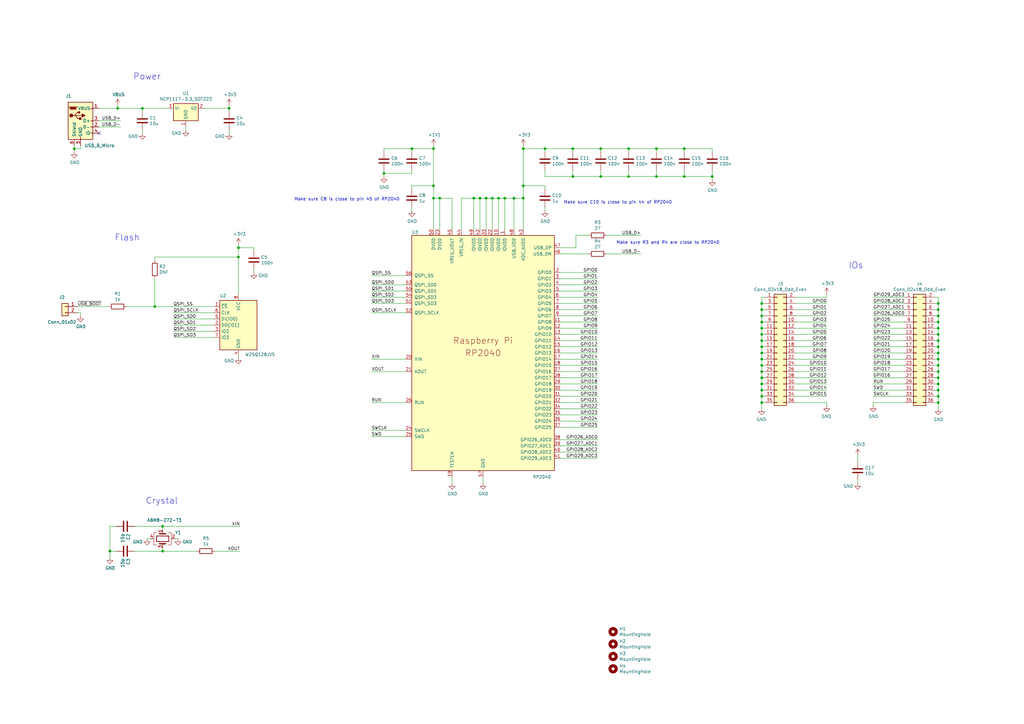
<source format=kicad_sch>
(kicad_sch (version 20231120) (generator "eeschema") (generator_version "8.0")
  (paper "A3")
  (title_block (title "RP2040 Minimal Design Example") (date "2024-01-16") (rev "REV2") (company "Raspberry Pi Ltd"))
  (lib_symbols
    (symbol "Connector:USB_B_Micro" (pin_names (offset 1.016))
      (property "Reference" "J" (at -5.08 11.43 0))
      (property "Value" "USB_B_Micro" (at -5.08 8.89 0))
      (symbol "USB_B_Micro_1_1"
        (pin power_out line (at 7.62 5.08 180) (length 2.54) (name "VBUS") (number "1"))
        (pin bidirectional line (at 7.62 -2.54 180) (length 2.54) (name "D-") (number "2"))
        (pin bidirectional line (at 7.62 0 180) (length 2.54) (name "D+") (number "3"))
        (pin passive line (at 7.62 -5.08 180) (length 2.54) (name "ID") (number "4"))
        (pin power_out line (at 0 -10.16 90) (length 2.54) (name "GND") (number "5"))
        (pin passive line (at -2.54 -10.16 90) (length 2.54) (name "Shield") (number "6"))
      )
    )
    (symbol "Connector_Generic:Conn_01x02" (pin_names (offset 1.016) hide)
      (property "Reference" "J" (at 0 2.54 0))
      (property "Value" "Conn_01x02" (at 0 -5.08 0))
      (symbol "Conn_01x02_1_1"
        (pin passive line (at -5.08 0 0) (length 3.81) (name "Pin_1") (number "1"))
        (pin passive line (at -5.08 -2.54 0) (length 3.81) (name "Pin_2") (number "2"))
      )
    )
    (symbol "Connector_Generic:Conn_02x18_Odd_Even" (pin_names (offset 1.016) hide)
      (property "Reference" "J" (at 1.27 22.86 0))
      (property "Value" "Conn_02x18_Odd_Even" (at 1.27 -25.4 0))
      (symbol "Conn_02x18_Odd_Even_1_1"
        (pin passive line (at -5.08 20.32 0) (length 3.81) (name "Pin_1") (number "1"))
        (pin passive line (at 7.62 10.16 180) (length 3.81) (name "Pin_10") (number "10"))
        (pin passive line (at -5.08 7.62 0) (length 3.81) (name "Pin_11") (number "11"))
        (pin passive line (at 7.62 7.62 180) (length 3.81) (name "Pin_12") (number "12"))
        (pin passive line (at -5.08 5.08 0) (length 3.81) (name "Pin_13") (number "13"))
        (pin passive line (at 7.62 5.08 180) (length 3.81) (name "Pin_14") (number "14"))
        (pin passive line (at -5.08 2.54 0) (length 3.81) (name "Pin_15") (number "15"))
        (pin passive line (at 7.62 2.54 180) (length 3.81) (name "Pin_16") (number "16"))
        (pin passive line (at -5.08 0 0) (length 3.81) (name "Pin_17") (number "17"))
        (pin passive line (at 7.62 0 180) (length 3.81) (name "Pin_18") (number "18"))
        (pin passive line (at -5.08 -2.54 0) (length 3.81) (name "Pin_19") (number "19"))
        (pin passive line (at 7.62 20.32 180) (length 3.81) (name "Pin_2") (number "2"))
        (pin passive line (at 7.62 -2.54 180) (length 3.81) (name "Pin_20") (number "20"))
        (pin passive line (at -5.08 -5.08 0) (length 3.81) (name "Pin_21") (number "21"))
        (pin passive line (at 7.62 -5.08 180) (length 3.81) (name "Pin_22") (number "22"))
        (pin passive line (at -5.08 -7.62 0) (length 3.81) (name "Pin_23") (number "23"))
        (pin passive line (at 7.62 -7.62 180) (length 3.81) (name "Pin_24") (number "24"))
        (pin passive line (at -5.08 -10.16 0) (length 3.81) (name "Pin_25") (number "25"))
        (pin passive line (at 7.62 -10.16 180) (length 3.81) (name "Pin_26") (number "26"))
        (pin passive line (at -5.08 -12.7 0) (length 3.81) (name "Pin_27") (number "27"))
        (pin passive line (at 7.62 -12.7 180) (length 3.81) (name "Pin_28") (number "28"))
        (pin passive line (at -5.08 -15.24 0) (length 3.81) (name "Pin_29") (number "29"))
        (pin passive line (at -5.08 17.78 0) (length 3.81) (name "Pin_3") (number "3"))
        (pin passive line (at 7.62 -15.24 180) (length 3.81) (name "Pin_30") (number "30"))
        (pin passive line (at -5.08 -17.78 0) (length 3.81) (name "Pin_31") (number "31"))
        (pin passive line (at 7.62 -17.78 180) (length 3.81) (name "Pin_32") (number "32"))
        (pin passive line (at -5.08 -20.32 0) (length 3.81) (name "Pin_33") (number "33"))
        (pin passive line (at 7.62 -20.32 180) (length 3.81) (name "Pin_34") (number "34"))
        (pin passive line (at -5.08 -22.86 0) (length 3.81) (name "Pin_35") (number "35"))
        (pin passive line (at 7.62 -22.86 180) (length 3.81) (name "Pin_36") (number "36"))
        (pin passive line (at 7.62 17.78 180) (length 3.81) (name "Pin_4") (number "4"))
        (pin passive line (at -5.08 15.24 0) (length 3.81) (name "Pin_5") (number "5"))
        (pin passive line (at 7.62 15.24 180) (length 3.81) (name "Pin_6") (number "6"))
        (pin passive line (at -5.08 12.7 0) (length 3.81) (name "Pin_7") (number "7"))
        (pin passive line (at 7.62 12.7 180) (length 3.81) (name "Pin_8") (number "8"))
        (pin passive line (at -5.08 10.16 0) (length 3.81) (name "Pin_9") (number "9"))
      )
    )
    (symbol "Device:C" (pin_numbers hide) (pin_names (offset 0.254))
      (property "Reference" "C" (at 0.635 2.54 0))
      (property "Value" "C" (at 0.635 -2.54 0))
      (symbol "C_1_1"
        (pin passive line (at 0 3.81 270) (length 2.794) (name "~") (number "1"))
        (pin passive line (at 0 -3.81 90) (length 2.794) (name "~") (number "2"))
      )
    )
    (symbol "Device:Crystal_GND24" (pin_names (offset 1.016) hide)
      (property "Reference" "Y" (at 3.175 5.08 0))
      (property "Value" "Crystal_GND24" (at 3.175 3.175 0))
      (symbol "Crystal_GND24_1_1"
        (pin passive line (at -3.81 0 0) (length 1.27) (name "1") (number "1"))
        (pin passive line (at 0 5.08 270) (length 1.27) (name "2") (number "2"))
        (pin passive line (at 3.81 0 180) (length 1.27) (name "3") (number "3"))
        (pin passive line (at 0 -5.08 90) (length 1.27) (name "4") (number "4"))
      )
    )
    (symbol "Device:R" (pin_numbers hide) (pin_names (offset 0))
      (property "Reference" "R" (at 2.032 0 90))
      (property "Value" "R" (at 0 0 90))
      (symbol "R_1_1"
        (pin passive line (at 0 3.81 270) (length 1.27) (name "~") (number "1"))
        (pin passive line (at 0 -3.81 90) (length 1.27) (name "~") (number "2"))
      )
    )
    (symbol "MCU_RaspberryPi_RP2040:RP2040" (pin_names (offset 1.016))
      (property "Reference" "U" (at -29.21 49.53 0))
      (property "Value" "RP2040" (at 24.13 -49.53 0))
      (symbol "RP2040_0_0"
        (text "Raspberry Pi" (at 0 5.08 0) (effects (font (size 2.54 2.54))))
        (text "RP2040" (at 0 0 0) (effects (font (size 2.54 2.54))))
      )
      (symbol "RP2040_1_1"
        (pin power_in line (at 8.89 50.8 270) (length 2.54) (name "IOVDD") (number "1"))
        (pin power_in line (at 6.35 50.8 270) (length 2.54) (name "IOVDD") (number "10"))
        (pin bidirectional line (at 31.75 12.7 180) (length 2.54) (name "GPIO8") (number "11"))
        (pin bidirectional line (at 31.75 10.16 180) (length 2.54) (name "GPIO9") (number "12"))
        (pin bidirectional line (at 31.75 7.62 180) (length 2.54) (name "GPIO10") (number "13"))
        (pin bidirectional line (at 31.75 5.08 180) (length 2.54) (name "GPIO11") (number "14"))
        (pin bidirectional line (at 31.75 2.54 180) (length 2.54) (name "GPIO12") (number "15"))
        (pin bidirectional line (at 31.75 0 180) (length 2.54) (name "GPIO13") (number "16"))
        (pin bidirectional line (at 31.75 -2.54 180) (length 2.54) (name "GPIO14") (number "17"))
        (pin bidirectional line (at 31.75 -5.08 180) (length 2.54) (name "GPIO15") (number "18"))
        (pin passive line (at -12.7 -50.8 90) (length 2.54) (name "TESTEN") (number "19"))
        (pin bidirectional line (at 31.75 33.02 180) (length 2.54) (name "GPIO0") (number "2"))
        (pin input line (at -31.75 -2.54 0) (length 2.54) (name "XIN") (number "20"))
        (pin passive line (at -31.75 -7.62 0) (length 2.54) (name "XOUT") (number "21"))
        (pin power_in line (at 3.81 50.8 270) (length 2.54) (name "IOVDD") (number "22"))
        (pin power_in line (at -17.78 50.8 270) (length 2.54) (name "DVDD") (number "23"))
        (pin output line (at -31.75 -31.75 0) (length 2.54) (name "SWCLK") (number "24"))
        (pin bidirectional line (at -31.75 -34.29 0) (length 2.54) (name "SWD") (number "25"))
        (pin input line (at -31.75 -20.32 0) (length 2.54) (name "RUN") (number "26"))
        (pin bidirectional line (at 31.75 -7.62 180) (length 2.54) (name "GPIO16") (number "27"))
        (pin bidirectional line (at 31.75 -10.16 180) (length 2.54) (name "GPIO17") (number "28"))
        (pin bidirectional line (at 31.75 -12.7 180) (length 2.54) (name "GPIO18") (number "29"))
        (pin bidirectional line (at 31.75 30.48 180) (length 2.54) (name "GPIO1") (number "3"))
        (pin bidirectional line (at 31.75 -15.24 180) (length 2.54) (name "GPIO19") (number "30"))
        (pin bidirectional line (at 31.75 -17.78 180) (length 2.54) (name "GPIO20") (number "31"))
        (pin bidirectional line (at 31.75 -20.32 180) (length 2.54) (name "GPIO21") (number "32"))
        (pin power_in line (at 1.27 50.8 270) (length 2.54) (name "IOVDD") (number "33"))
        (pin bidirectional line (at 31.75 -22.86 180) (length 2.54) (name "GPIO22") (number "34"))
        (pin bidirectional line (at 31.75 -25.4 180) (length 2.54) (name "GPIO23") (number "35"))
        (pin bidirectional line (at 31.75 -27.94 180) (length 2.54) (name "GPIO24") (number "36"))
        (pin bidirectional line (at 31.75 -30.48 180) (length 2.54) (name "GPIO25") (number "37"))
        (pin bidirectional line (at 31.75 -35.56 180) (length 2.54) (name "GPIO26_ADC0") (number "38"))
        (pin bidirectional line (at 31.75 -38.1 180) (length 2.54) (name "GPIO27_ADC1") (number "39"))
        (pin bidirectional line (at 31.75 27.94 180) (length 2.54) (name "GPIO2") (number "4"))
        (pin bidirectional line (at 31.75 -40.64 180) (length 2.54) (name "GPIO28_ADC2") (number "40"))
        (pin bidirectional line (at 31.75 -43.18 180) (length 2.54) (name "GPIO29_ADC3") (number "41"))
        (pin power_in line (at -1.27 50.8 270) (length 2.54) (name "IOVDD") (number "42"))
        (pin power_in line (at 16.51 50.8 270) (length 2.54) (name "ADC_AVDD") (number "43"))
        (pin power_in line (at -8.89 50.8 270) (length 2.54) (name "VREG_IN") (number "44"))
        (pin power_out line (at -12.7 50.8 270) (length 2.54) (name "VREG_VOUT") (number "45"))
        (pin bidirectional line (at 31.75 40.64 180) (length 2.54) (name "USB_DM") (number "46"))
        (pin bidirectional line (at 31.75 43.18 180) (length 2.54) (name "USB_DP") (number "47"))
        (pin power_in line (at 12.7 50.8 270) (length 2.54) (name "USB_VDD") (number "48"))
        (pin power_in line (at -3.81 50.8 270) (length 2.54) (name "IOVDD") (number "49"))
        (pin bidirectional line (at 31.75 25.4 180) (length 2.54) (name "GPIO3") (number "5"))
        (pin power_in line (at -20.32 50.8 270) (length 2.54) (name "DVDD") (number "50"))
        (pin bidirectional line (at -31.75 20.32 0) (length 2.54) (name "QSPI_SD3") (number "51"))
        (pin output line (at -31.75 16.51 0) (length 2.54) (name "QSPI_SCLK") (number "52"))
        (pin bidirectional line (at -31.75 27.94 0) (length 2.54) (name "QSPI_SD0") (number "53"))
        (pin bidirectional line (at -31.75 22.86 0) (length 2.54) (name "QSPI_SD2") (number "54"))
        (pin bidirectional line (at -31.75 25.4 0) (length 2.54) (name "QSPI_SD1") (number "55"))
        (pin bidirectional line (at -31.75 31.75 0) (length 2.54) (name "QSPI_SS") (number "56"))
        (pin power_in line (at 0 -50.8 90) (length 2.54) (name "GND") (number "57"))
        (pin bidirectional line (at 31.75 22.86 180) (length 2.54) (name "GPIO4") (number "6"))
        (pin bidirectional line (at 31.75 20.32 180) (length 2.54) (name "GPIO5") (number "7"))
        (pin bidirectional line (at 31.75 17.78 180) (length 2.54) (name "GPIO6") (number "8"))
        (pin bidirectional line (at 31.75 15.24 180) (length 2.54) (name "GPIO7") (number "9"))
      )
    )
    (symbol "Mechanical:MountingHole" (pin_names (offset 1.016))
      (property "Reference" "H" (at 0 5.08 0))
      (property "Value" "MountingHole" (at 0 3.175 0))
    )
    (symbol "Memory_Flash:W25Q128JVS"
      (property "Reference" "U" (at -8.89 8.89 0))
      (property "Value" "W25Q128JVS" (at 7.62 8.89 0))
      (symbol "W25Q128JVS_1_1"
        (pin input line (at -10.16 7.62 0) (length 2.54) (name "~{CS}") (number "1"))
        (pin bidirectional line (at -10.16 0 0) (length 2.54) (name "DO(IO1)") (number "2"))
        (pin bidirectional line (at -10.16 -2.54 0) (length 2.54) (name "IO2") (number "3"))
        (pin power_in line (at 0 -12.7 90) (length 2.54) (name "GND") (number "4"))
        (pin bidirectional line (at -10.16 2.54 0) (length 2.54) (name "DI(IO0)") (number "5"))
        (pin input line (at -10.16 5.08 0) (length 2.54) (name "CLK") (number "6"))
        (pin bidirectional line (at -10.16 -5.08 0) (length 2.54) (name "IO3") (number "7"))
        (pin power_in line (at 0 12.7 270) (length 2.54) (name "VCC") (number "8"))
      )
    )
    (symbol "Regulator_Linear:NCP1117-3.3_SOT223"
      (property "Reference" "U" (at -3.81 3.175 0))
      (property "Value" "NCP1117-3.3_SOT223" (at 0 3.175 0))
      (symbol "NCP1117-3.3_SOT223_1_1"
        (pin power_in line (at 0 -7.62 90) (length 2.54) (name "GND") (number "1"))
        (pin power_out line (at 7.62 0 180) (length 2.54) (name "VO") (number "2"))
        (pin power_in line (at -7.62 0 0) (length 2.54) (name "VI") (number "3"))
      )
    )
    (symbol "power:+1V1" (power) (pin_names (offset 0))
      (property "Value" "+1V1" (at 0 3.556 0))
      (symbol "+1V1_1_1"
        (pin power_in line (at 0 0 90) (length 0) hide (name "+1V1") (number "1"))
      )
    )
    (symbol "power:+3V3" (power) (pin_names (offset 0))
      (property "Value" "+3V3" (at 0 3.556 0))
      (symbol "+3V3_1_1"
        (pin power_in line (at 0 0 90) (length 0) hide (name "+3V3") (number "1"))
      )
    )
    (symbol "power:GND" (power) (pin_names (offset 0))
      (property "Value" "GND" (at 0 -3.81 0))
      (symbol "GND_1_1"
        (pin power_in line (at 0 0 270) (length 0) hide (name "GND") (number "1"))
      )
    )
    (symbol "power:VBUS" (power) (pin_names (offset 0))
      (property "Value" "VBUS" (at 0 3.81 0))
      (symbol "VBUS_1_1"
        (pin power_in line (at 0 0 90) (length 0) hide (name "VBUS") (number "1"))
      )
    )
  )
  (junction (at 201.93 81.28))
  (junction (at 384.81 129.54))
  (junction (at 199.39 81.28))
  (junction (at 312.42 132.08))
  (junction (at 384.81 165.1))
  (junction (at 384.81 132.08))
  (junction (at 97.79 105.41))
  (junction (at 177.8 76.2))
  (junction (at 214.63 76.2))
  (junction (at 168.91 60.96))
  (junction (at 384.81 147.32))
  (junction (at 45.085 226.06))
  (junction (at 223.52 60.96))
  (junction (at 312.42 147.32))
  (junction (at 312.42 124.46))
  (junction (at 246.38 72.39))
  (junction (at 384.81 157.48))
  (junction (at 312.42 162.56))
  (junction (at 257.81 60.96))
  (junction (at 66.675 215.9))
  (junction (at 246.38 60.96))
  (junction (at 177.8 81.28))
  (junction (at 180.34 81.28))
  (junction (at 204.47 81.28))
  (junction (at 384.81 137.16))
  (junction (at 157.48 71.12))
  (junction (at 93.98 44.45))
  (junction (at 384.81 142.24))
  (junction (at 280.67 60.96))
  (junction (at 312.42 157.48))
  (junction (at 384.81 154.94))
  (junction (at 312.42 127))
  (junction (at 292.1 72.39))
  (junction (at 66.675 226.06))
  (junction (at 384.81 127))
  (junction (at 312.42 134.62))
  (junction (at 48.26 44.45))
  (junction (at 257.81 72.39))
  (junction (at 384.81 162.56))
  (junction (at 97.79 101.6))
  (junction (at 312.42 144.78))
  (junction (at 312.42 139.7))
  (junction (at 30.48 60.96))
  (junction (at 177.8 60.96))
  (junction (at 384.81 134.62))
  (junction (at 234.95 72.39))
  (junction (at 269.24 72.39))
  (junction (at 312.42 142.24))
  (junction (at 384.81 149.86))
  (junction (at 312.42 160.02))
  (junction (at 58.42 44.45))
  (junction (at 384.81 139.7))
  (junction (at 384.81 124.46))
  (junction (at 312.42 154.94))
  (junction (at 207.01 81.28))
  (junction (at 214.63 81.28))
  (junction (at 312.42 137.16))
  (junction (at 63.5 125.73))
  (junction (at 312.42 165.1))
  (junction (at 312.42 152.4))
  (junction (at 312.42 149.86))
  (junction (at 384.81 152.4))
  (junction (at 384.81 144.78))
  (junction (at 196.85 81.28))
  (junction (at 214.63 60.96))
  (junction (at 384.81 160.02))
  (junction (at 194.31 81.28))
  (junction (at 269.24 60.96))
  (junction (at 280.67 72.39))
  (junction (at 312.42 129.54))
  (junction (at 210.82 81.28))
  (junction (at 234.95 60.96))
  (no_connect (at 40.64 54.61))
  (wire (pts (xy 177.8 81.28) (xy 177.8 93.98)))
  (wire (pts (xy 229.87 137.16) (xy 245.11 137.16)))
  (wire (pts (xy 157.48 71.12) (xy 168.91 71.12)))
  (wire (pts (xy 236.22 96.52) (xy 236.22 101.6)))
  (wire (pts (xy 384.81 147.32) (xy 384.81 149.86)))
  (wire (pts (xy 48.26 44.45) (xy 58.42 44.45)))
  (wire (pts (xy 370.84 134.62) (xy 358.14 134.62)))
  (wire (pts (xy 246.38 60.96) (xy 257.81 60.96)))
  (wire (pts (xy 207.01 81.28) (xy 210.82 81.28)))
  (wire (pts (xy 339.09 142.24) (xy 326.39 142.24)))
  (wire (pts (xy 312.42 154.94) (xy 312.42 157.48)))
  (wire (pts (xy 351.79 196.85) (xy 351.79 198.12)))
  (wire (pts (xy 87.63 138.43) (xy 71.12 138.43)))
  (wire (pts (xy 246.38 62.23) (xy 246.38 60.96)))
  (wire (pts (xy 177.8 59.69) (xy 177.8 60.96)))
  (wire (pts (xy 229.87 149.86) (xy 245.11 149.86)))
  (wire (pts (xy 384.81 132.08) (xy 384.81 134.62)))
  (wire (pts (xy 370.84 142.24) (xy 358.14 142.24)))
  (wire (pts (xy 97.79 101.6) (xy 97.79 105.41)))
  (wire (pts (xy 58.42 53.34) (xy 58.42 54.61)))
  (wire (pts (xy 229.87 175.26) (xy 245.11 175.26)))
  (wire (pts (xy 194.31 81.28) (xy 196.85 81.28)))
  (wire (pts (xy 229.87 170.18) (xy 245.11 170.18)))
  (wire (pts (xy 48.26 43.18) (xy 48.26 44.45)))
  (wire (pts (xy 229.87 104.14) (xy 241.3 104.14)))
  (wire (pts (xy 339.09 166.37) (xy 339.09 165.1)))
  (wire (pts (xy 229.87 111.76) (xy 245.11 111.76)))
  (wire (pts (xy 71.12 128.27) (xy 87.63 128.27)))
  (wire (pts (xy 97.79 100.33) (xy 97.79 101.6)))
  (wire (pts (xy 248.92 96.52) (xy 262.89 96.52)))
  (wire (pts (xy 313.69 165.1) (xy 312.42 165.1)))
  (wire (pts (xy 185.42 93.98) (xy 185.42 81.28)))
  (wire (pts (xy 384.81 154.94) (xy 384.81 157.48)))
  (wire (pts (xy 313.69 121.92) (xy 312.42 121.92)))
  (wire (pts (xy 339.09 165.1) (xy 326.39 165.1)))
  (wire (pts (xy 384.81 124.46) (xy 384.81 127)))
  (wire (pts (xy 246.38 69.85) (xy 246.38 72.39)))
  (wire (pts (xy 229.87 116.84) (xy 245.11 116.84)))
  (wire (pts (xy 58.42 45.72) (xy 58.42 44.45)))
  (wire (pts (xy 177.8 76.2) (xy 177.8 81.28)))
  (wire (pts (xy 384.81 129.54) (xy 384.81 132.08)))
  (wire (pts (xy 60.325 220.98) (xy 61.595 220.98)))
  (wire (pts (xy 189.23 81.28) (xy 194.31 81.28)))
  (wire (pts (xy 157.48 60.96) (xy 168.91 60.96)))
  (wire (pts (xy 339.09 139.7) (xy 326.39 139.7)))
  (wire (pts (xy 229.87 185.42) (xy 245.11 185.42)))
  (wire (pts (xy 63.5 114.3) (xy 63.5 125.73)))
  (wire (pts (xy 384.81 160.02) (xy 384.81 162.56)))
  (wire (pts (xy 312.42 157.48) (xy 312.42 160.02)))
  (wire (pts (xy 157.48 69.85) (xy 157.48 71.12)))
  (wire (pts (xy 312.42 129.54) (xy 312.42 132.08)))
  (wire (pts (xy 313.69 147.32) (xy 312.42 147.32)))
  (wire (pts (xy 71.755 220.98) (xy 73.025 220.98)))
  (wire (pts (xy 313.69 144.78) (xy 312.42 144.78)))
  (wire (pts (xy 152.4 124.46) (xy 166.37 124.46)))
  (wire (pts (xy 339.09 160.02) (xy 326.39 160.02)))
  (wire (pts (xy 383.54 129.54) (xy 384.81 129.54)))
  (wire (pts (xy 55.245 215.9) (xy 66.675 215.9)))
  (wire (pts (xy 339.09 152.4) (xy 326.39 152.4)))
  (wire (pts (xy 383.54 127) (xy 384.81 127)))
  (wire (pts (xy 93.98 45.72) (xy 93.98 44.45)))
  (wire (pts (xy 214.63 81.28) (xy 214.63 93.98)))
  (wire (pts (xy 168.91 60.96) (xy 177.8 60.96)))
  (wire (pts (xy 44.45 125.73) (xy 31.75 125.73)))
  (wire (pts (xy 370.84 129.54) (xy 358.14 129.54)))
  (wire (pts (xy 214.63 76.2) (xy 223.52 76.2)))
  (wire (pts (xy 97.79 146.685) (xy 97.79 146.05)))
  (wire (pts (xy 199.39 93.98) (xy 199.39 81.28)))
  (wire (pts (xy 40.64 49.53) (xy 49.53 49.53)))
  (wire (pts (xy 339.09 149.86) (xy 326.39 149.86)))
  (wire (pts (xy 177.8 60.96) (xy 177.8 76.2)))
  (wire (pts (xy 210.82 81.28) (xy 214.63 81.28)))
  (wire (pts (xy 152.4 119.38) (xy 166.37 119.38)))
  (wire (pts (xy 166.37 165.1) (xy 152.4 165.1)))
  (wire (pts (xy 269.24 62.23) (xy 269.24 60.96)))
  (wire (pts (xy 370.84 124.46) (xy 358.14 124.46)))
  (wire (pts (xy 196.85 81.28) (xy 199.39 81.28)))
  (wire (pts (xy 87.63 133.35) (xy 71.12 133.35)))
  (wire (pts (xy 339.09 132.08) (xy 326.39 132.08)))
  (wire (pts (xy 384.81 142.24) (xy 384.81 144.78)))
  (wire (pts (xy 339.09 127) (xy 326.39 127)))
  (wire (pts (xy 383.54 162.56) (xy 384.81 162.56)))
  (wire (pts (xy 223.52 62.23) (xy 223.52 60.96)))
  (wire (pts (xy 313.69 132.08) (xy 312.42 132.08)))
  (wire (pts (xy 312.42 134.62) (xy 312.42 137.16)))
  (wire (pts (xy 214.63 60.96) (xy 223.52 60.96)))
  (wire (pts (xy 104.14 101.6) (xy 97.79 101.6)))
  (wire (pts (xy 207.01 81.28) (xy 207.01 93.98)))
  (wire (pts (xy 196.85 93.98) (xy 196.85 81.28)))
  (wire (pts (xy 383.54 147.32) (xy 384.81 147.32)))
  (wire (pts (xy 33.02 59.69) (xy 33.02 60.96)))
  (wire (pts (xy 66.675 224.79) (xy 66.675 226.06)))
  (wire (pts (xy 45.085 226.06) (xy 45.085 228.6)))
  (wire (pts (xy 229.87 101.6) (xy 236.22 101.6)))
  (wire (pts (xy 384.81 144.78) (xy 384.81 147.32)))
  (wire (pts (xy 383.54 134.62) (xy 384.81 134.62)))
  (wire (pts (xy 214.63 60.96) (xy 214.63 76.2)))
  (wire (pts (xy 383.54 139.7) (xy 384.81 139.7)))
  (wire (pts (xy 76.2 52.07) (xy 76.2 53.34)))
  (wire (pts (xy 166.37 152.4) (xy 152.4 152.4)))
  (wire (pts (xy 166.37 113.03) (xy 152.4 113.03)))
  (wire (pts (xy 312.42 152.4) (xy 312.42 154.94)))
  (wire (pts (xy 269.24 60.96) (xy 280.67 60.96)))
  (wire (pts (xy 292.1 69.85) (xy 292.1 72.39)))
  (wire (pts (xy 88.265 226.06) (xy 98.425 226.06)))
  (wire (pts (xy 83.82 44.45) (xy 93.98 44.45)))
  (wire (pts (xy 229.87 147.32) (xy 245.11 147.32)))
  (wire (pts (xy 313.69 127) (xy 312.42 127)))
  (wire (pts (xy 370.84 152.4) (xy 358.14 152.4)))
  (wire (pts (xy 229.87 127) (xy 245.11 127)))
  (wire (pts (xy 168.91 71.12) (xy 168.91 69.85)))
  (wire (pts (xy 313.69 157.48) (xy 312.42 157.48)))
  (wire (pts (xy 234.95 62.23) (xy 234.95 60.96)))
  (wire (pts (xy 234.95 72.39) (xy 223.52 72.39)))
  (wire (pts (xy 229.87 180.34) (xy 245.11 180.34)))
  (wire (pts (xy 214.63 76.2) (xy 214.63 81.28)))
  (wire (pts (xy 384.81 152.4) (xy 384.81 154.94)))
  (wire (pts (xy 214.63 59.69) (xy 214.63 60.96)))
  (wire (pts (xy 384.81 127) (xy 384.81 129.54)))
  (wire (pts (xy 229.87 129.54) (xy 245.11 129.54)))
  (wire (pts (xy 168.91 77.47) (xy 168.91 76.2)))
  (wire (pts (xy 87.63 135.89) (xy 71.12 135.89)))
  (wire (pts (xy 31.75 128.27) (xy 33.02 128.27)))
  (wire (pts (xy 234.95 60.96) (xy 246.38 60.96)))
  (wire (pts (xy 312.42 121.92) (xy 312.42 124.46)))
  (wire (pts (xy 370.84 149.86) (xy 358.14 149.86)))
  (wire (pts (xy 52.07 125.73) (xy 63.5 125.73)))
  (wire (pts (xy 313.69 139.7) (xy 312.42 139.7)))
  (wire (pts (xy 312.42 165.1) (xy 312.42 167.64)))
  (wire (pts (xy 383.54 165.1) (xy 384.81 165.1)))
  (wire (pts (xy 30.48 59.69) (xy 30.48 60.96)))
  (wire (pts (xy 312.42 162.56) (xy 312.42 165.1)))
  (wire (pts (xy 229.87 187.96) (xy 245.11 187.96)))
  (wire (pts (xy 383.54 121.92) (xy 384.81 121.92)))
  (wire (pts (xy 358.14 165.1) (xy 370.84 165.1)))
  (wire (pts (xy 312.42 139.7) (xy 312.42 142.24)))
  (wire (pts (xy 312.42 124.46) (xy 312.42 127)))
  (wire (pts (xy 312.42 144.78) (xy 312.42 147.32)))
  (wire (pts (xy 234.95 69.85) (xy 234.95 72.39)))
  (wire (pts (xy 312.42 160.02) (xy 312.42 162.56)))
  (wire (pts (xy 180.34 93.98) (xy 180.34 81.28)))
  (wire (pts (xy 384.81 139.7) (xy 384.81 142.24)))
  (wire (pts (xy 280.67 72.39) (xy 292.1 72.39)))
  (wire (pts (xy 312.42 137.16) (xy 312.42 139.7)))
  (wire (pts (xy 33.02 60.96) (xy 30.48 60.96)))
  (wire (pts (xy 370.84 157.48) (xy 358.14 157.48)))
  (wire (pts (xy 339.09 137.16) (xy 326.39 137.16)))
  (wire (pts (xy 68.58 44.45) (xy 58.42 44.45)))
  (wire (pts (xy 269.24 69.85) (xy 269.24 72.39)))
  (wire (pts (xy 383.54 154.94) (xy 384.81 154.94)))
  (wire (pts (xy 383.54 152.4) (xy 384.81 152.4)))
  (wire (pts (xy 223.52 60.96) (xy 234.95 60.96)))
  (wire (pts (xy 223.52 85.09) (xy 223.52 86.36)))
  (wire (pts (xy 383.54 157.48) (xy 384.81 157.48)))
  (wire (pts (xy 229.87 132.08) (xy 245.11 132.08)))
  (wire (pts (xy 313.69 152.4) (xy 312.42 152.4)))
  (wire (pts (xy 204.47 93.98) (xy 204.47 81.28)))
  (wire (pts (xy 313.69 160.02) (xy 312.42 160.02)))
  (wire (pts (xy 55.245 226.06) (xy 66.675 226.06)))
  (wire (pts (xy 313.69 129.54) (xy 312.42 129.54)))
  (wire (pts (xy 47.625 226.06) (xy 45.085 226.06)))
  (wire (pts (xy 339.09 162.56) (xy 326.39 162.56)))
  (wire (pts (xy 66.675 226.06) (xy 80.645 226.06)))
  (wire (pts (xy 313.69 162.56) (xy 312.42 162.56)))
  (wire (pts (xy 229.87 119.38) (xy 245.11 119.38)))
  (wire (pts (xy 292.1 62.23) (xy 292.1 60.96)))
  (wire (pts (xy 166.37 179.07) (xy 152.4 179.07)))
  (wire (pts (xy 199.39 81.28) (xy 201.93 81.28)))
  (wire (pts (xy 312.42 142.24) (xy 312.42 144.78)))
  (wire (pts (xy 292.1 72.39) (xy 292.1 73.66)))
  (wire (pts (xy 383.54 137.16) (xy 384.81 137.16)))
  (wire (pts (xy 351.79 186.69) (xy 351.79 189.23)))
  (wire (pts (xy 229.87 157.48) (xy 245.11 157.48)))
  (wire (pts (xy 313.69 142.24) (xy 312.42 142.24)))
  (wire (pts (xy 384.81 121.92) (xy 384.81 124.46)))
  (wire (pts (xy 166.37 128.27) (xy 152.4 128.27)))
  (wire (pts (xy 313.69 149.86) (xy 312.42 149.86)))
  (wire (pts (xy 198.12 195.58) (xy 198.12 198.12)))
  (wire (pts (xy 339.09 121.92) (xy 339.09 120.65)))
  (wire (pts (xy 168.91 76.2) (xy 177.8 76.2)))
  (wire (pts (xy 229.87 154.94) (xy 245.11 154.94)))
  (wire (pts (xy 87.63 130.81) (xy 71.12 130.81)))
  (wire (pts (xy 246.38 72.39) (xy 234.95 72.39)))
  (wire (pts (xy 370.84 132.08) (xy 358.14 132.08)))
  (wire (pts (xy 223.52 69.85) (xy 223.52 72.39)))
  (wire (pts (xy 370.84 137.16) (xy 358.14 137.16)))
  (wire (pts (xy 339.09 144.78) (xy 326.39 144.78)))
  (wire (pts (xy 384.81 157.48) (xy 384.81 160.02)))
  (wire (pts (xy 370.84 160.02) (xy 358.14 160.02)))
  (wire (pts (xy 339.09 129.54) (xy 326.39 129.54)))
  (wire (pts (xy 185.42 195.58) (xy 185.42 198.12)))
  (wire (pts (xy 229.87 160.02) (xy 245.11 160.02)))
  (wire (pts (xy 47.625 215.9) (xy 45.085 215.9)))
  (wire (pts (xy 229.87 139.7) (xy 245.11 139.7)))
  (wire (pts (xy 370.84 162.56) (xy 358.14 162.56)))
  (wire (pts (xy 229.87 165.1) (xy 245.11 165.1)))
  (wire (pts (xy 313.69 134.62) (xy 312.42 134.62)))
  (wire (pts (xy 180.34 81.28) (xy 177.8 81.28)))
  (wire (pts (xy 248.92 104.14) (xy 262.89 104.14)))
  (wire (pts (xy 383.54 144.78) (xy 384.81 144.78)))
  (wire (pts (xy 383.54 132.08) (xy 384.81 132.08)))
  (wire (pts (xy 229.87 144.78) (xy 245.11 144.78)))
  (wire (pts (xy 280.67 72.39) (xy 269.24 72.39)))
  (wire (pts (xy 45.085 215.9) (xy 45.085 226.06)))
  (wire (pts (xy 312.42 147.32) (xy 312.42 149.86)))
  (wire (pts (xy 312.42 132.08) (xy 312.42 134.62)))
  (wire (pts (xy 312.42 127) (xy 312.42 129.54)))
  (wire (pts (xy 66.675 217.17) (xy 66.675 215.9)))
  (wire (pts (xy 152.4 116.84) (xy 166.37 116.84)))
  (wire (pts (xy 358.14 166.37) (xy 358.14 165.1)))
  (wire (pts (xy 201.93 81.28) (xy 204.47 81.28)))
  (wire (pts (xy 229.87 134.62) (xy 245.11 134.62)))
  (wire (pts (xy 383.54 142.24) (xy 384.81 142.24)))
  (wire (pts (xy 229.87 152.4) (xy 245.11 152.4)))
  (wire (pts (xy 339.09 147.32) (xy 326.39 147.32)))
  (wire (pts (xy 157.48 62.23) (xy 157.48 60.96)))
  (wire (pts (xy 384.81 137.16) (xy 384.81 139.7)))
  (wire (pts (xy 236.22 96.52) (xy 241.3 96.52)))
  (wire (pts (xy 104.14 110.49) (xy 104.14 111.76)))
  (wire (pts (xy 157.48 71.12) (xy 157.48 72.39)))
  (wire (pts (xy 280.67 69.85) (xy 280.67 72.39)))
  (wire (pts (xy 152.4 147.32) (xy 166.37 147.32)))
  (wire (pts (xy 229.87 142.24) (xy 245.11 142.24)))
  (wire (pts (xy 339.09 157.48) (xy 326.39 157.48)))
  (wire (pts (xy 257.81 60.96) (xy 269.24 60.96)))
  (wire (pts (xy 383.54 124.46) (xy 384.81 124.46)))
  (wire (pts (xy 313.69 154.94) (xy 312.42 154.94)))
  (wire (pts (xy 370.84 121.92) (xy 358.14 121.92)))
  (wire (pts (xy 339.09 124.46) (xy 326.39 124.46)))
  (wire (pts (xy 223.52 77.47) (xy 223.52 76.2)))
  (wire (pts (xy 370.84 139.7) (xy 358.14 139.7)))
  (wire (pts (xy 339.09 134.62) (xy 326.39 134.62)))
  (wire (pts (xy 152.4 121.92) (xy 166.37 121.92)))
  (wire (pts (xy 384.81 149.86) (xy 384.81 152.4)))
  (wire (pts (xy 229.87 124.46) (xy 245.11 124.46)))
  (wire (pts (xy 312.42 149.86) (xy 312.42 152.4)))
  (wire (pts (xy 229.87 167.64) (xy 245.11 167.64)))
  (wire (pts (xy 229.87 114.3) (xy 245.11 114.3)))
  (wire (pts (xy 257.81 72.39) (xy 246.38 72.39)))
  (wire (pts (xy 313.69 137.16) (xy 312.42 137.16)))
  (wire (pts (xy 104.14 102.87) (xy 104.14 101.6)))
  (wire (pts (xy 269.24 72.39) (xy 257.81 72.39)))
  (wire (pts (xy 370.84 147.32) (xy 358.14 147.32)))
  (wire (pts (xy 204.47 81.28) (xy 207.01 81.28)))
  (wire (pts (xy 63.5 125.73) (xy 87.63 125.73)))
  (wire (pts (xy 194.31 93.98) (xy 194.31 81.28)))
  (wire (pts (xy 40.64 44.45) (xy 48.26 44.45)))
  (wire (pts (xy 370.84 127) (xy 358.14 127)))
  (wire (pts (xy 313.69 124.46) (xy 312.42 124.46)))
  (wire (pts (xy 384.81 134.62) (xy 384.81 137.16)))
  (wire (pts (xy 201.93 93.98) (xy 201.93 81.28)))
  (wire (pts (xy 168.91 62.23) (xy 168.91 60.96)))
  (wire (pts (xy 185.42 81.28) (xy 180.34 81.28)))
  (wire (pts (xy 370.84 154.94) (xy 358.14 154.94)))
  (wire (pts (xy 280.67 60.96) (xy 292.1 60.96)))
  (wire (pts (xy 280.67 62.23) (xy 280.67 60.96)))
  (wire (pts (xy 257.81 69.85) (xy 257.81 72.39)))
  (wire (pts (xy 229.87 162.56) (xy 245.11 162.56)))
  (wire (pts (xy 383.54 160.02) (xy 384.81 160.02)))
  (wire (pts (xy 229.87 172.72) (xy 245.11 172.72)))
  (wire (pts (xy 210.82 93.98) (xy 210.82 81.28)))
  (wire (pts (xy 257.81 62.23) (xy 257.81 60.96)))
  (wire (pts (xy 166.37 176.53) (xy 152.4 176.53)))
  (wire (pts (xy 370.84 144.78) (xy 358.14 144.78)))
  (wire (pts (xy 189.23 93.98) (xy 189.23 81.28)))
  (wire (pts (xy 384.81 165.1) (xy 384.81 167.64)))
  (wire (pts (xy 168.91 85.09) (xy 168.91 86.36)))
  (wire (pts (xy 93.98 53.34) (xy 93.98 54.61)))
  (wire (pts (xy 339.09 154.94) (xy 326.39 154.94)))
  (wire (pts (xy 339.09 121.92) (xy 326.39 121.92)))
  (wire (pts (xy 30.48 60.96) (xy 30.48 62.23)))
  (wire (pts (xy 384.81 162.56) (xy 384.81 165.1)))
  (wire (pts (xy 63.5 106.68) (xy 63.5 105.41)))
  (wire (pts (xy 63.5 105.41) (xy 97.79 105.41)))
  (wire (pts (xy 93.98 44.45) (xy 93.98 43.18)))
  (wire (pts (xy 229.87 182.88) (xy 245.11 182.88)))
  (wire (pts (xy 229.87 121.92) (xy 245.11 121.92)))
  (wire (pts (xy 40.64 52.07) (xy 49.53 52.07)))
  (wire (pts (xy 33.02 128.27) (xy 33.02 129.54)))
  (wire (pts (xy 383.54 149.86) (xy 384.81 149.86)))
  (wire (pts (xy 97.79 105.41) (xy 97.79 120.65)))
  (wire (pts (xy 66.675 215.9) (xy 98.425 215.9)))
  (text "IOs" (at 347.98 110.49 0) (effects (font (size 2.54 2.54)) (justify left bottom)))
  (text "Power" (at 54.61 33.02 0) (effects (font (size 2.54 2.54)) (justify left bottom)))
  (text "Crystal" (at 59.69 207.01 0) (effects (font (size 2.54 2.54)) (justify left bottom)))
  (text "Make sure C8 is close to pin 45 of RP2040" (at 120.65 82.55 0) (effects (font (size 1.27 1.27)) (justify left bottom)))
  (text "Make sure C10 is close to pin 44 of RP2040" (at 231.14 83.82 0) (effects (font (size 1.27 1.27)) (justify left bottom)))
  (text "Make sure R3 and R4 are close to RP2040" (at 252.73 100.33 0) (effects (font (size 1.27 1.27)) (justify left bottom)))
  (text "Flash" (at 46.99 99.06 0) (effects (font (size 2.54 2.54)) (justify left bottom)))
  (label "XOUT" (at 98.425 226.06 180))
  (label "GPIO24" (at 358.14 134.62 0))
  (label "GPIO3" (at 339.09 132.08 180))
  (label "USB_D-" (at 49.53 52.07 180))
  (label "QSPI_SS" (at 71.12 125.73 0))
  (label "QSPI_SD3" (at 71.12 138.43 0))
  (label "GPIO7" (at 339.09 142.24 180))
  (label "QSPI_SD2" (at 152.4 121.92 0))
  (label "USB_D-" (at 262.89 104.14 180))
  (label "GPIO4" (at 245.11 121.92 180))
  (label "GPIO21" (at 358.14 142.24 0))
  (label "RUN" (at 152.4 165.1 0))
  (label "XOUT" (at 152.4 152.4 0))
  (label "GPIO10" (at 339.09 149.86 180))
  (label "GPIO29_ADC3" (at 245.11 187.96 180))
  (label "QSPI_SD1" (at 152.4 119.38 0))
  (label "GPIO13" (at 245.11 144.78 180))
  (label "GPIO6" (at 245.11 127 180))
  (label "USB_D+" (at 262.89 96.52 180))
  (label "GPIO29_ADC3" (at 358.14 121.92 0))
  (label "GPIO28_ADC2" (at 358.14 124.46 0))
  (label "SWD" (at 152.4 179.07 0))
  (label "GPIO20" (at 245.11 162.56 180))
  (label "QSPI_SD1" (at 71.12 133.35 0))
  (label "QSPI_SD3" (at 152.4 124.46 0))
  (label "GPIO6" (at 339.09 139.7 180))
  (label "SWD" (at 358.14 160.02 0))
  (label "RUN" (at 358.14 157.48 0))
  (label "GPIO18" (at 245.11 157.48 180))
  (label "GPIO25" (at 245.11 175.26 180))
  (label "GPIO2" (at 339.09 129.54 180))
  (label "GPIO1" (at 339.09 127 180))
  (label "GPIO0" (at 245.11 111.76 180))
  (label "GPIO8" (at 339.09 144.78 180))
  (label "GPIO11" (at 339.09 152.4 180))
  (label "GPIO21" (at 245.11 165.1 180))
  (label "GPIO11" (at 245.11 139.7 180))
  (label "GPIO17" (at 358.14 152.4 0))
  (label "GPIO27_ADC1" (at 245.11 182.88 180))
  (label "GPIO1" (at 245.11 114.3 180))
  (label "XIN" (at 98.425 215.9 180))
  (label "USB_D+" (at 49.53 49.53 180))
  (label "GPIO4" (at 339.09 134.62 180))
  (label "GPIO14" (at 245.11 147.32 180))
  (label "GPIO3" (at 245.11 119.38 180))
  (label "GPIO10" (at 245.11 137.16 180))
  (label "GPIO23" (at 245.11 170.18 180))
  (label "SWCLK" (at 152.4 176.53 0))
  (label "GPIO9" (at 339.09 147.32 180))
  (label "QSPI_SCLK" (at 152.4 128.27 0))
  (label "GPIO27_ADC1" (at 358.14 127 0))
  (label "GPIO25" (at 358.14 132.08 0))
  (label "GPIO12" (at 339.09 154.94 180))
  (label "QSPI_SD0" (at 152.4 116.84 0))
  (label "GPIO5" (at 339.09 137.16 180))
  (label "GPIO17" (at 245.11 154.94 180))
  (label "GPIO18" (at 358.14 149.86 0))
  (label "GPIO2" (at 245.11 116.84 180))
  (label "GPIO9" (at 245.11 134.62 180))
  (label "GPIO15" (at 245.11 149.86 180))
  (label "GPIO12" (at 245.11 142.24 180))
  (label "GPIO24" (at 245.11 172.72 180))
  (label "GPIO5" (at 245.11 124.46 180))
  (label "GPIO22" (at 245.11 167.64 180))
  (label "SWCLK" (at 358.14 162.56 0))
  (label "GPIO19" (at 245.11 160.02 180))
  (label "QSPI_SS" (at 152.4 113.03 0))
  (label "QSPI_SD2" (at 71.12 135.89 0))
  (label "QSPI_SD0" (at 71.12 130.81 0))
  (label "QSPI_SCLK" (at 71.12 128.27 0))
  (label "~{USB_BOOT}" (at 31.75 125.73 0))
  (label "GPIO20" (at 358.14 144.78 0))
  (label "GPIO26_ADC0" (at 245.11 180.34 180))
  (label "GPIO28_ADC2" (at 245.11 185.42 180))
  (label "GPIO16" (at 245.11 152.4 180))
  (label "GPIO8" (at 245.11 132.08 180))
  (label "XIN" (at 152.4 147.32 0))
  (label "GPIO23" (at 358.14 137.16 0))
  (label "GPIO22" (at 358.14 139.7 0))
  (label "GPIO15" (at 339.09 162.56 180))
  (label "GPIO16" (at 358.14 154.94 0))
  (label "GPIO26_ADC0" (at 358.14 129.54 0))
  (label "GPIO13" (at 339.09 157.48 180))
  (label "GPIO19" (at 358.14 147.32 0))
  (label "GPIO7" (at 245.11 129.54 180))
  (label "GPIO0" (at 339.09 124.46 180))
  (label "GPIO14" (at 339.09 160.02 180))
  (symbol (lib_id "MCU_RaspberryPi_RP2040:RP2040") (at 198.12 144.78 0) (unit 1)
    (property "Reference" "U3" (at 170.18 95.25 0))
    (property "Value" "RP2040" (at 222.25 195.58 0))
    (property "Footprint" "RP2040_minimal:RP2040-QFN-56" (effects (hide yes)))
  )
  (symbol (lib_id "Memory_Flash:W25Q128JVS") (at 97.79 133.35 0) (unit 1)
    (property "Reference" "U2" (at 91.44 121.285 0))
    (property "Value" "W25Q128JVS" (at 106.68 145.415 0))
    (property "Footprint" "Package_SO:SOIC-8_5.23x5.23mm_P1.27mm" (effects (hide yes)))
    (property "Datasheet" "http://www.winbond.com/resource-files/w25q128jv_dtr%20revc%2003272018%20plus.pdf" (effects (hide yes)))
  )
  (symbol (lib_id "power:+3V3") (at 97.79 100.33 0) (unit 1)
    (property "Reference" "#PWR07" (effects (hide yes)))
    (property "Value" "+3V3" (at 98.171 95.9358 0))
  )
  (symbol (lib_id "power:GND") (at 97.79 146.685 0) (unit 1)
    (property "Reference" "#PWR08" (effects (hide yes)))
    (property "Value" "GND" (at 93.98 147.955 0))
  )
  (symbol (lib_id "Device:R") (at 63.5 110.49 0) (unit 1)
    (property "Reference" "R2" (at 65.278 109.3216 0) (effects (justify left)))
    (property "Value" "DNF" (at 65.278 111.633 0) (effects (justify left)))
    (property "Footprint" "Resistor_SMD:R_0402_1005Metric" (effects (hide yes)))
  )
  (symbol (lib_id "Device:R") (at 48.26 125.73 270) (unit 1)
    (property "Reference" "R1" (at 48.26 120.4722 90))
    (property "Value" "1k" (at 48.26 122.7836 90))
    (property "Footprint" "Resistor_SMD:R_0402_1005Metric" (effects (hide yes)))
  )
  (symbol (lib_id "Device:C") (at 104.14 106.68 0) (unit 1)
    (property "Reference" "C5" (at 107.061 105.5116 0) (effects (justify left)))
    (property "Value" "100n" (at 107.061 107.823 0) (effects (justify left)))
    (property "Footprint" "Capacitor_SMD:C_0402_1005Metric" (effects (hide yes)))
  )
  (symbol (lib_id "power:GND") (at 104.14 111.76 0) (unit 1)
    (property "Reference" "#PWR011" (effects (hide yes)))
    (property "Value" "GND" (at 107.95 113.03 0))
  )
  (symbol (lib_id "Connector:USB_B_Micro") (at 33.02 49.53 0) (unit 1)
    (property "Reference" "J1" (at 29.21 39.37 0) (effects (justify right)))
    (property "Value" "USB_B_Micro" (at 46.99 59.69 0) (effects (justify right)))
    (property "Footprint" "RP2040_minimal:USB_Micro-B_Amphenol_10103594-0001LF_Horizontal_modified" (effects (hide yes)))
  )
  (symbol (lib_id "power:GND") (at 198.12 198.12 0) (unit 1)
    (property "Reference" "#PWR016" (effects (hide yes)))
    (property "Value" "GND" (at 198.247 202.5142 0))
  )
  (symbol (lib_id "power:GND") (at 185.42 198.12 0) (unit 1)
    (property "Reference" "#PWR015" (effects (hide yes)))
    (property "Value" "GND" (at 185.547 202.5142 0))
  )
  (symbol (lib_id "Device:R") (at 245.11 96.52 270) (unit 1)
    (property "Reference" "R3" (at 245.11 91.2622 90))
    (property "Value" "27" (at 245.11 93.5736 90))
    (property "Footprint" "Resistor_SMD:R_0402_1005Metric" (effects (hide yes)))
  )
  (symbol (lib_id "Device:R") (at 245.11 104.14 270) (unit 1)
    (property "Reference" "R4" (at 245.11 98.8822 90))
    (property "Value" "27" (at 245.11 101.1936 90))
    (property "Footprint" "Resistor_SMD:R_0402_1005Metric" (effects (hide yes)))
  )
  (symbol (lib_id "power:GND") (at 30.48 62.23 0) (unit 1)
    (property "Reference" "#PWR01" (effects (hide yes)))
    (property "Value" "GND" (at 30.607 66.6242 0))
  )
  (symbol (lib_id "power:GND") (at 339.09 166.37 0) (mirror y) (unit 1)
    (property "Reference" "#PWR020" (effects (hide yes)))
    (property "Value" "GND" (at 338.963 170.7642 0))
  )
  (symbol (lib_id "power:GND") (at 358.14 166.37 0) (unit 1)
    (property "Reference" "#PWR0101" (effects (hide yes)))
    (property "Value" "GND" (at 358.267 170.7642 0))
  )
  (symbol (lib_id "power:+3V3") (at 214.63 59.69 0) (unit 1)
    (property "Reference" "#PWR017" (effects (hide yes)))
    (property "Value" "+3V3" (at 215.011 55.2958 0))
  )
  (symbol (lib_id "power:+1V1") (at 177.8 59.69 0) (unit 1)
    (property "Reference" "#PWR014" (effects (hide yes)))
    (property "Value" "+1V1" (at 178.181 55.2958 0))
  )
  (symbol (lib_id "Device:C") (at 223.52 66.04 0) (unit 1)
    (property "Reference" "C9" (at 226.441 64.8716 0) (effects (justify left)))
    (property "Value" "100n" (at 226.441 67.183 0) (effects (justify left)))
    (property "Footprint" "Capacitor_SMD:C_0402_1005Metric" (effects (hide yes)))
  )
  (symbol (lib_id "Device:C") (at 234.95 66.04 0) (unit 1)
    (property "Reference" "C11" (at 237.871 64.8716 0) (effects (justify left)))
    (property "Value" "100n" (at 237.871 67.183 0) (effects (justify left)))
    (property "Footprint" "Capacitor_SMD:C_0402_1005Metric" (effects (hide yes)))
  )
  (symbol (lib_id "Device:C") (at 246.38 66.04 0) (unit 1)
    (property "Reference" "C12" (at 249.301 64.8716 0) (effects (justify left)))
    (property "Value" "100n" (at 249.301 67.183 0) (effects (justify left)))
    (property "Footprint" "Capacitor_SMD:C_0402_1005Metric" (effects (hide yes)))
  )
  (symbol (lib_id "Device:C") (at 257.81 66.04 0) (unit 1)
    (property "Reference" "C13" (at 260.731 64.8716 0) (effects (justify left)))
    (property "Value" "100n" (at 260.731 67.183 0) (effects (justify left)))
    (property "Footprint" "Capacitor_SMD:C_0402_1005Metric" (effects (hide yes)))
  )
  (symbol (lib_id "Device:C") (at 269.24 66.04 0) (unit 1)
    (property "Reference" "C14" (at 272.161 64.8716 0) (effects (justify left)))
    (property "Value" "100n" (at 272.161 67.183 0) (effects (justify left)))
    (property "Footprint" "Capacitor_SMD:C_0402_1005Metric" (effects (hide yes)))
  )
  (symbol (lib_id "Device:C") (at 280.67 66.04 0) (unit 1)
    (property "Reference" "C15" (at 283.591 64.8716 0) (effects (justify left)))
    (property "Value" "100n" (at 283.591 67.183 0) (effects (justify left)))
    (property "Footprint" "Capacitor_SMD:C_0402_1005Metric" (effects (hide yes)))
  )
  (symbol (lib_id "Device:C") (at 292.1 66.04 0) (unit 1)
    (property "Reference" "C16" (at 295.021 64.8716 0) (effects (justify left)))
    (property "Value" "100n" (at 295.021 67.183 0) (effects (justify left)))
    (property "Footprint" "Capacitor_SMD:C_0402_1005Metric" (effects (hide yes)))
  )
  (symbol (lib_id "Device:C") (at 157.48 66.04 0) (unit 1)
    (property "Reference" "C6" (at 160.401 64.8716 0) (effects (justify left)))
    (property "Value" "100n" (at 160.401 67.183 0) (effects (justify left)))
    (property "Footprint" "Capacitor_SMD:C_0402_1005Metric" (effects (hide yes)))
  )
  (symbol (lib_id "Device:C") (at 168.91 66.04 0) (unit 1)
    (property "Reference" "C7" (at 171.831 64.8716 0) (effects (justify left)))
    (property "Value" "100n" (at 171.831 67.183 0) (effects (justify left)))
    (property "Footprint" "Capacitor_SMD:C_0402_1005Metric" (effects (hide yes)))
  )
  (symbol (lib_id "Device:C") (at 168.91 81.28 0) (unit 1)
    (property "Reference" "C8" (at 171.831 80.1116 0) (effects (justify left)))
    (property "Value" "1u" (at 171.831 82.423 0) (effects (justify left)))
    (property "Footprint" "Capacitor_SMD:C_0402_1005Metric" (effects (hide yes)))
  )
  (symbol (lib_id "Device:C") (at 223.52 81.28 0) (unit 1)
    (property "Reference" "C10" (at 226.441 80.1116 0) (effects (justify left)))
    (property "Value" "1u" (at 226.441 82.423 0) (effects (justify left)))
    (property "Footprint" "Capacitor_SMD:C_0402_1005Metric" (effects (hide yes)))
  )
  (symbol (lib_id "Mechanical:MountingHole") (at 251.46 259.08 0) (unit 1)
    (property "Reference" "H1" (at 254 257.9116 0) (effects (justify left)))
    (property "Value" "MountingHole" (at 254 260.223 0) (effects (justify left)))
    (property "Footprint" "MountingHole:MountingHole_2.7mm_M2.5" (effects (hide yes)))
  )
  (symbol (lib_id "Mechanical:MountingHole") (at 251.46 264.16 0) (unit 1)
    (property "Reference" "H2" (at 254 262.9916 0) (effects (justify left)))
    (property "Value" "MountingHole" (at 254 265.303 0) (effects (justify left)))
    (property "Footprint" "MountingHole:MountingHole_2.7mm_M2.5" (effects (hide yes)))
  )
  (symbol (lib_id "Mechanical:MountingHole") (at 251.46 269.24 0) (unit 1)
    (property "Reference" "H3" (at 254 268.0716 0) (effects (justify left)))
    (property "Value" "MountingHole" (at 254 270.383 0) (effects (justify left)))
    (property "Footprint" "MountingHole:MountingHole_2.7mm_M2.5" (effects (hide yes)))
  )
  (symbol (lib_id "Mechanical:MountingHole") (at 251.46 274.32 0) (unit 1)
    (property "Reference" "H4" (at 254 273.1516 0) (effects (justify left)))
    (property "Value" "MountingHole" (at 254 275.463 0) (effects (justify left)))
    (property "Footprint" "MountingHole:MountingHole_2.7mm_M2.5" (effects (hide yes)))
  )
  (symbol (lib_id "power:GND") (at 292.1 73.66 0) (unit 1)
    (property "Reference" "#PWR023" (effects (hide yes)))
    (property "Value" "GND" (at 292.227 78.0542 0))
  )
  (symbol (lib_id "power:GND") (at 157.48 72.39 0) (unit 1)
    (property "Reference" "#PWR012" (effects (hide yes)))
    (property "Value" "GND" (at 157.607 76.7842 0))
  )
  (symbol (lib_id "power:GND") (at 168.91 86.36 0) (unit 1)
    (property "Reference" "#PWR013" (effects (hide yes)))
    (property "Value" "GND" (at 169.037 90.7542 0))
  )
  (symbol (lib_id "power:GND") (at 223.52 86.36 0) (unit 1)
    (property "Reference" "#PWR018" (effects (hide yes)))
    (property "Value" "GND" (at 223.647 90.7542 0))
  )
  (symbol (lib_id "Regulator_Linear:NCP1117-3.3_SOT223") (at 76.2 44.45 0) (unit 1)
    (property "Reference" "U1" (at 76.2 38.3032 0))
    (property "Value" "NCP1117-3.3_SOT223" (at 76.2 40.6146 0))
    (property "Footprint" "Package_TO_SOT_SMD:SOT-223-3_TabPin2" (effects (hide yes)))
    (property "Datasheet" "http://www.onsemi.com/pub_link/Collateral/NCP1117-D.PDF" (effects (hide yes)))
  )
  (symbol (lib_id "power:VBUS") (at 48.26 43.18 0) (unit 1)
    (property "Reference" "#PWR03" (effects (hide yes)))
    (property "Value" "VBUS" (at 48.641 38.7858 0))
  )
  (symbol (lib_id "power:GND") (at 76.2 53.34 0) (unit 1)
    (property "Reference" "#PWR05" (effects (hide yes)))
    (property "Value" "GND" (at 72.39 54.61 0))
  )
  (symbol (lib_id "power:+3V3") (at 93.98 43.18 0) (unit 1)
    (property "Reference" "#PWR09" (effects (hide yes)))
    (property "Value" "+3V3" (at 94.361 38.7858 0))
  )
  (symbol (lib_id "Device:C") (at 58.42 49.53 0) (unit 1)
    (property "Reference" "C1" (at 61.341 48.3616 0) (effects (justify left)))
    (property "Value" "10u" (at 61.341 50.673 0) (effects (justify left)))
    (property "Footprint" "Capacitor_SMD:C_0805_2012Metric" (effects (hide yes)))
  )
  (symbol (lib_id "Device:C") (at 93.98 49.53 0) (unit 1)
    (property "Reference" "C4" (at 96.901 48.3616 0) (effects (justify left)))
    (property "Value" "10u" (at 96.901 50.673 0) (effects (justify left)))
    (property "Footprint" "Capacitor_SMD:C_0805_2012Metric" (effects (hide yes)))
  )
  (symbol (lib_id "power:GND") (at 58.42 54.61 0) (unit 1)
    (property "Reference" "#PWR04" (effects (hide yes)))
    (property "Value" "GND" (at 54.61 55.88 0))
  )
  (symbol (lib_id "power:GND") (at 93.98 54.61 0) (unit 1)
    (property "Reference" "#PWR010" (effects (hide yes)))
    (property "Value" "GND" (at 90.17 55.88 0))
  )
  (symbol (lib_id "power:+3V3") (at 351.79 186.69 0) (unit 1)
    (property "Reference" "#PWR024" (effects (hide yes)))
    (property "Value" "+3V3" (at 352.171 182.2958 0))
  )
  (symbol (lib_id "Device:C") (at 351.79 193.04 0) (unit 1)
    (property "Reference" "C17" (at 354.711 191.8716 0) (effects (justify left)))
    (property "Value" "10u" (at 354.711 194.183 0) (effects (justify left)))
    (property "Footprint" "Capacitor_SMD:C_0805_2012Metric" (effects (hide yes)))
  )
  (symbol (lib_id "power:GND") (at 351.79 198.12 0) (unit 1)
    (property "Reference" "#PWR025" (effects (hide yes)))
    (property "Value" "GND" (at 347.98 199.39 0))
  )
  (symbol (lib_id "power:GND") (at 312.42 167.64 0) (mirror y) (unit 1)
    (property "Reference" "#PWR021" (effects (hide yes)))
    (property "Value" "GND" (at 312.293 172.0342 0))
  )
  (symbol (lib_id "power:GND") (at 384.81 167.64 0) (unit 1)
    (property "Reference" "#PWR022" (effects (hide yes)))
    (property "Value" "GND" (at 384.937 172.0342 0))
  )
  (symbol (lib_id "Connector_Generic:Conn_01x02") (at 26.67 125.73 0) (mirror y) (unit 1)
    (property "Reference" "J2" (at 25.4 121.92 0))
    (property "Value" "Conn_01x02" (at 25.4 132.08 0))
    (property "Footprint" "Connector_PinHeader_2.54mm:PinHeader_1x02_P2.54mm_Vertical" (effects (hide yes)))
  )
  (symbol (lib_id "power:GND") (at 33.02 129.54 0) (unit 1)
    (property "Reference" "#PWR02" (effects (hide yes)))
    (property "Value" "GND" (at 33.147 133.9342 0))
  )
  (symbol (lib_id "power:+3V3") (at 339.09 120.65 0) (unit 1)
    (property "Reference" "#PWR019" (effects (hide yes)))
    (property "Value" "+3V3" (at 339.471 116.2558 0))
  )
  (symbol (lib_id "Connector_Generic:Conn_02x18_Odd_Even") (at 375.92 142.24 0) (unit 1)
    (property "Reference" "J4" (at 377.19 116.4082 0))
    (property "Value" "Conn_02x18_Odd_Even" (at 377.19 118.7196 0))
    (property "Footprint" "Connector_PinHeader_2.54mm:PinHeader_2x18_P2.54mm_Vertical" (effects (hide yes)))
  )
  (symbol (lib_id "Connector_Generic:Conn_02x18_Odd_Even") (at 318.77 142.24 0) (unit 1)
    (property "Reference" "J3" (at 320.04 116.4082 0))
    (property "Value" "Conn_02x18_Odd_Even" (at 320.04 118.7196 0))
    (property "Footprint" "Connector_PinHeader_2.54mm:PinHeader_2x18_P2.54mm_Vertical" (effects (hide yes)))
  )
  (symbol (lib_id "Device:Crystal_GND24") (at 66.675 220.98 270) (unit 1)
    (property "Reference" "Y1" (at 71.755 218.44 90) (effects (justify left)))
    (property "Value" "ABM8-272-T3" (at 60.325 213.36 90) (effects (justify left)))
    (property "Footprint" "Crystal:Crystal_SMD_3225-4Pin_3.2x2.5mm" (effects (hide yes)))
  )
  (symbol (lib_id "power:GND") (at 73.025 220.98 0) (unit 1)
    (property "Reference" "#PWR027" (effects (hide yes)))
    (property "Value" "GND" (at 76.835 222.25 0))
  )
  (symbol (lib_id "Device:C") (at 51.435 215.9 270) (unit 1)
    (property "Reference" "C2" (at 52.6034 218.821 0) (effects (justify left)))
    (property "Value" "15p" (at 50.292 218.821 0) (effects (justify left)))
    (property "Footprint" "Capacitor_SMD:C_0402_1005Metric" (effects (hide yes)))
  )
  (symbol (lib_id "Device:R") (at 84.455 226.06 270) (unit 1)
    (property "Reference" "R5" (at 84.455 220.8022 90))
    (property "Value" "1k" (at 84.455 223.1136 90))
    (property "Footprint" "Resistor_SMD:R_0402_1005Metric" (effects (hide yes)))
  )
  (symbol (lib_id "power:GND") (at 45.085 228.6 0) (unit 1)
    (property "Reference" "#PWR06" (effects (hide yes)))
    (property "Value" "GND" (at 45.212 232.9942 0))
  )
  (symbol (lib_id "Device:C") (at 51.435 226.06 270) (unit 1)
    (property "Reference" "C3" (at 52.6034 228.981 0) (effects (justify left)))
    (property "Value" "15p" (at 50.292 228.981 0) (effects (justify left)))
    (property "Footprint" "Capacitor_SMD:C_0402_1005Metric" (effects (hide yes)))
  )
  (symbol (lib_id "power:GND") (at 60.325 220.98 0) (unit 1)
    (property "Reference" "#PWR026" (effects (hide yes)))
    (property "Value" "GND" (at 56.515 222.25 0))
  )
)
</source>
